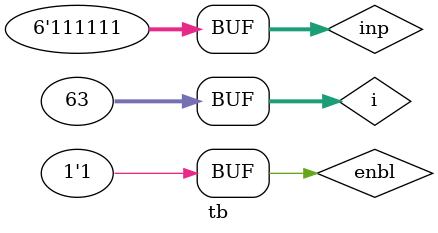
<source format=v>
module tb();

	reg enbl;
	reg [5:0] inp;
	wire [63:0] out;

	integer i;

	decoder_6x64_3x8 dut(.decoder_en(enbl), .decoder_in(inp), .decoder_out(out));

//task to generate delay
	task delay(input integer del);
	begin
		#del;
	end
	endtask

	task load();
	begin
		inp = inp + 1;
	end
	endtask

	initial begin

		enbl = 1'b0;
		inp = 6'd0;
		delay(5);
		enbl = 1'b1;
		delay(2);
		for(i=0; i<63;i=i+1) begin
			load();
			delay(2);
		end
		
	end

	initial begin
		$dumpfile("dump.vcd");
		$dumpvars;
	end

endmodule

</source>
